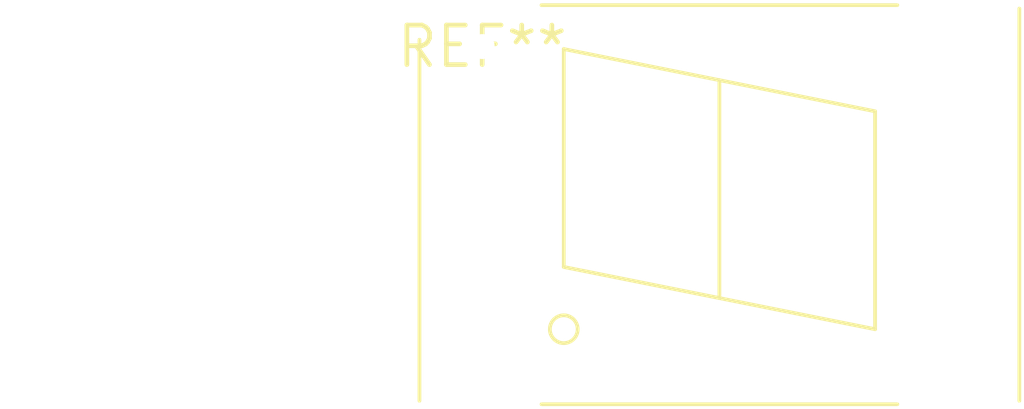
<source format=kicad_pcb>
(kicad_pcb (version 20240108) (generator pcbnew)
  (layers (0 "F.Cu" signal) (31 "B.Cu" signal) (34 "B.Paste" user) (35 "F.Paste" user) (36 "B.SilkS" user "B.Silkscreen") (37 "F.SilkS" user "F.Silkscreen") (38 "B.Mask" user) (39 "F.Mask" user) (44 "Edge.Cuts" user))
  (net 0 "")
  (footprint "7SegmentLED_LTS6760_LTS6780" (layer "F.Cu") (at 0 0)
    (property "Reference" "REF**")
    (property "Value" "7SegmentLED_LTS6760_LTS6780")
    (fp_line (start -2.015 -0.22) (end -2.015 11.38) (layer "F.SilkS") (stroke (width 0.12)))
    (fp_line (start 1.905 -1.33) (end 13.335 -1.33) (layer "F.SilkS") (stroke (width 0.12)))
    (fp_line (start 1.905 11.49) (end 13.335 11.49) (layer "F.SilkS") (stroke (width 0.12)))
    (fp_line (start 2.62 0.08) (end 2.62 7.08) (layer "F.SilkS") (stroke (width 0.12)))
    (fp_line (start 2.62 7.08) (end 7.62 8.08) (layer "F.SilkS") (stroke (width 0.12)))
    (fp_line (start 7.62 1.08) (end 2.62 0.08) (layer "F.SilkS") (stroke (width 0.12)))
    (fp_line (start 7.62 8.08) (end 7.62 1.08) (layer "F.SilkS") (stroke (width 0.12)))
    (fp_line (start 12.62 2.08) (end 7.62 1.08) (layer "F.SilkS") (stroke (width 0.12)))
    (fp_line (start 12.62 2.08) (end 12.62 9.08) (layer "F.SilkS") (stroke (width 0.12)))
    (fp_line (start 12.62 9.08) (end 7.62 8.08) (layer "F.SilkS") (stroke (width 0.12)))
    (fp_line (start 17.255 11.38) (end 17.255 -1.22) (layer "F.SilkS") (stroke (width 0.12)))
    (fp_circle (center 2.62 9.08) (end 3.067214 9.08) (layer "F.SilkS") (stroke (width 0.12)) (fill none))
    (pad "1" thru_hole rect (at 0 0 270) (size 1.524 2.524) (drill 0.8) (layers *.Cu *.Mask) (remove_unused_layers))
    (pad "2" thru_hole oval (at 0 2.54 270) (size 1.524 2.524) (drill 0.8) (layers *.Cu *.Mask) (remove_unused_layers))
    (pad "3" thru_hole oval (at 0 5.08 270) (size 1.524 2.524) (drill 0.8) (layers *.Cu *.Mask) (remove_unused_layers))
    (pad "4" thru_hole oval (at 0 7.62 270) (size 1.524 2.524) (drill 0.8) (layers *.Cu *.Mask) (remove_unused_layers))
    (pad "5" thru_hole oval (at 0 10.16 270) (size 1.524 2.524) (drill 0.8) (layers *.Cu *.Mask) (remove_unused_layers))
    (pad "6" thru_hole oval (at 15.24 10.16 270) (size 1.524 2.524) (drill 0.8) (layers *.Cu *.Mask) (remove_unused_layers))
    (pad "7" thru_hole oval (at 15.24 7.62 270) (size 1.524 2.524) (drill 0.8) (layers *.Cu *.Mask) (remove_unused_layers))
    (pad "8" thru_hole oval (at 15.24 5.08 270) (size 1.524 2.524) (drill 0.8) (layers *.Cu *.Mask) (remove_unused_layers))
    (pad "9" thru_hole oval (at 15.24 2.54 270) (size 1.524 2.524) (drill 0.8) (layers *.Cu *.Mask) (remove_unused_layers))
    (pad "10" thru_hole oval (at 15.24 0 270) (size 1.524 2.524) (drill 0.8) (layers *.Cu *.Mask) (remove_unused_layers))
  )
)
</source>
